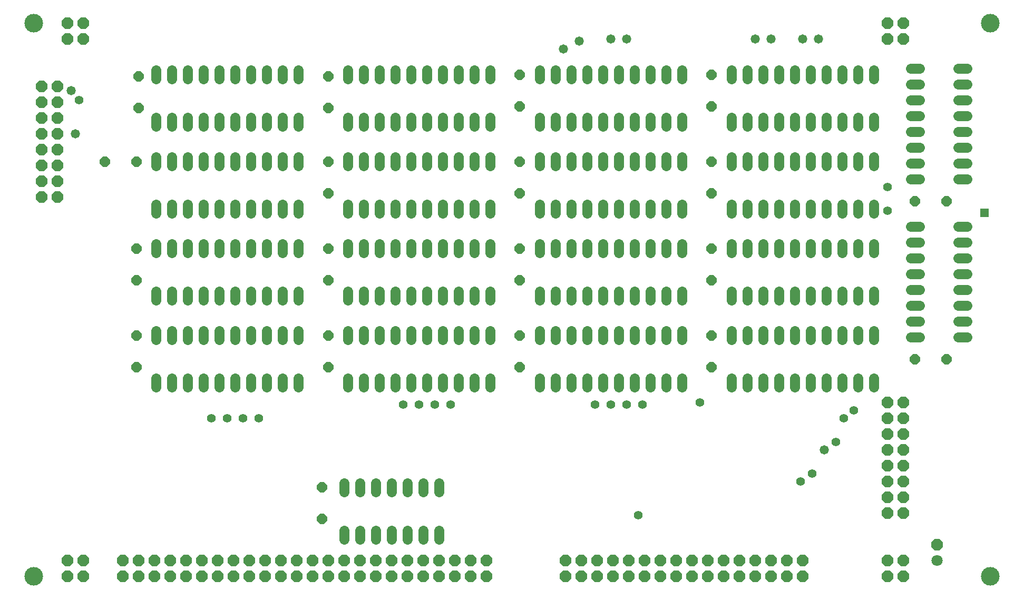
<source format=gts>
G75*
%MOIN*%
%OFA0B0*%
%FSLAX24Y24*%
%IPPOS*%
%LPD*%
%AMOC8*
5,1,8,0,0,1.08239X$1,22.5*
%
%ADD10C,0.1180*%
%ADD11C,0.0640*%
%ADD12OC8,0.0640*%
%ADD13OC8,0.0720*%
%ADD14OC8,0.0710*%
%ADD15C,0.0710*%
%ADD16C,0.0580*%
%ADD17C,0.0560*%
%ADD18R,0.0560X0.0560*%
D10*
X001555Y002430D03*
X001555Y037430D03*
X062055Y037430D03*
X062055Y002430D03*
D11*
X054680Y014400D02*
X054680Y014960D01*
X053680Y014960D02*
X053680Y014400D01*
X052680Y014400D02*
X052680Y014960D01*
X051680Y014960D02*
X051680Y014400D01*
X050680Y014400D02*
X050680Y014960D01*
X049680Y014960D02*
X049680Y014400D01*
X048680Y014400D02*
X048680Y014960D01*
X047680Y014960D02*
X047680Y014400D01*
X046680Y014400D02*
X046680Y014960D01*
X045680Y014960D02*
X045680Y014400D01*
X042555Y014400D02*
X042555Y014960D01*
X041555Y014960D02*
X041555Y014400D01*
X040555Y014400D02*
X040555Y014960D01*
X039555Y014960D02*
X039555Y014400D01*
X038555Y014400D02*
X038555Y014960D01*
X037555Y014960D02*
X037555Y014400D01*
X036555Y014400D02*
X036555Y014960D01*
X035555Y014960D02*
X035555Y014400D01*
X034555Y014400D02*
X034555Y014960D01*
X033555Y014960D02*
X033555Y014400D01*
X030430Y014400D02*
X030430Y014960D01*
X029430Y014960D02*
X029430Y014400D01*
X028430Y014400D02*
X028430Y014960D01*
X027430Y014960D02*
X027430Y014400D01*
X026430Y014400D02*
X026430Y014960D01*
X025430Y014960D02*
X025430Y014400D01*
X024430Y014400D02*
X024430Y014960D01*
X023430Y014960D02*
X023430Y014400D01*
X022430Y014400D02*
X022430Y014960D01*
X021430Y014960D02*
X021430Y014400D01*
X018305Y014400D02*
X018305Y014960D01*
X017305Y014960D02*
X017305Y014400D01*
X016305Y014400D02*
X016305Y014960D01*
X015305Y014960D02*
X015305Y014400D01*
X014305Y014400D02*
X014305Y014960D01*
X013305Y014960D02*
X013305Y014400D01*
X012305Y014400D02*
X012305Y014960D01*
X011305Y014960D02*
X011305Y014400D01*
X010305Y014400D02*
X010305Y014960D01*
X009305Y014960D02*
X009305Y014400D01*
X009305Y017400D02*
X009305Y017960D01*
X010305Y017960D02*
X010305Y017400D01*
X011305Y017400D02*
X011305Y017960D01*
X012305Y017960D02*
X012305Y017400D01*
X013305Y017400D02*
X013305Y017960D01*
X014305Y017960D02*
X014305Y017400D01*
X015305Y017400D02*
X015305Y017960D01*
X016305Y017960D02*
X016305Y017400D01*
X017305Y017400D02*
X017305Y017960D01*
X018305Y017960D02*
X018305Y017400D01*
X021430Y017400D02*
X021430Y017960D01*
X022430Y017960D02*
X022430Y017400D01*
X023430Y017400D02*
X023430Y017960D01*
X024430Y017960D02*
X024430Y017400D01*
X025430Y017400D02*
X025430Y017960D01*
X026430Y017960D02*
X026430Y017400D01*
X027430Y017400D02*
X027430Y017960D01*
X028430Y017960D02*
X028430Y017400D01*
X029430Y017400D02*
X029430Y017960D01*
X030430Y017960D02*
X030430Y017400D01*
X033555Y017400D02*
X033555Y017960D01*
X034555Y017960D02*
X034555Y017400D01*
X035555Y017400D02*
X035555Y017960D01*
X036555Y017960D02*
X036555Y017400D01*
X037555Y017400D02*
X037555Y017960D01*
X038555Y017960D02*
X038555Y017400D01*
X039555Y017400D02*
X039555Y017960D01*
X040555Y017960D02*
X040555Y017400D01*
X041555Y017400D02*
X041555Y017960D01*
X042555Y017960D02*
X042555Y017400D01*
X045680Y017400D02*
X045680Y017960D01*
X046680Y017960D02*
X046680Y017400D01*
X047680Y017400D02*
X047680Y017960D01*
X048680Y017960D02*
X048680Y017400D01*
X049680Y017400D02*
X049680Y017960D01*
X050680Y017960D02*
X050680Y017400D01*
X051680Y017400D02*
X051680Y017960D01*
X052680Y017960D02*
X052680Y017400D01*
X053680Y017400D02*
X053680Y017960D01*
X054680Y017960D02*
X054680Y017400D01*
X057025Y017555D02*
X057585Y017555D01*
X057585Y018555D02*
X057025Y018555D01*
X057025Y019555D02*
X057585Y019555D01*
X057585Y020555D02*
X057025Y020555D01*
X057025Y021555D02*
X057585Y021555D01*
X057585Y022555D02*
X057025Y022555D01*
X057025Y023555D02*
X057585Y023555D01*
X057585Y024555D02*
X057025Y024555D01*
X054680Y025400D02*
X054680Y025960D01*
X053680Y025960D02*
X053680Y025400D01*
X052680Y025400D02*
X052680Y025960D01*
X051680Y025960D02*
X051680Y025400D01*
X050680Y025400D02*
X050680Y025960D01*
X049680Y025960D02*
X049680Y025400D01*
X048680Y025400D02*
X048680Y025960D01*
X047680Y025960D02*
X047680Y025400D01*
X046680Y025400D02*
X046680Y025960D01*
X045680Y025960D02*
X045680Y025400D01*
X045680Y023460D02*
X045680Y022900D01*
X046680Y022900D02*
X046680Y023460D01*
X047680Y023460D02*
X047680Y022900D01*
X048680Y022900D02*
X048680Y023460D01*
X049680Y023460D02*
X049680Y022900D01*
X050680Y022900D02*
X050680Y023460D01*
X051680Y023460D02*
X051680Y022900D01*
X052680Y022900D02*
X052680Y023460D01*
X053680Y023460D02*
X053680Y022900D01*
X054680Y022900D02*
X054680Y023460D01*
X054680Y020460D02*
X054680Y019900D01*
X053680Y019900D02*
X053680Y020460D01*
X052680Y020460D02*
X052680Y019900D01*
X051680Y019900D02*
X051680Y020460D01*
X050680Y020460D02*
X050680Y019900D01*
X049680Y019900D02*
X049680Y020460D01*
X048680Y020460D02*
X048680Y019900D01*
X047680Y019900D02*
X047680Y020460D01*
X046680Y020460D02*
X046680Y019900D01*
X045680Y019900D02*
X045680Y020460D01*
X042555Y020460D02*
X042555Y019900D01*
X041555Y019900D02*
X041555Y020460D01*
X040555Y020460D02*
X040555Y019900D01*
X039555Y019900D02*
X039555Y020460D01*
X038555Y020460D02*
X038555Y019900D01*
X037555Y019900D02*
X037555Y020460D01*
X036555Y020460D02*
X036555Y019900D01*
X035555Y019900D02*
X035555Y020460D01*
X034555Y020460D02*
X034555Y019900D01*
X033555Y019900D02*
X033555Y020460D01*
X030430Y020460D02*
X030430Y019900D01*
X029430Y019900D02*
X029430Y020460D01*
X028430Y020460D02*
X028430Y019900D01*
X027430Y019900D02*
X027430Y020460D01*
X026430Y020460D02*
X026430Y019900D01*
X025430Y019900D02*
X025430Y020460D01*
X024430Y020460D02*
X024430Y019900D01*
X023430Y019900D02*
X023430Y020460D01*
X022430Y020460D02*
X022430Y019900D01*
X021430Y019900D02*
X021430Y020460D01*
X018305Y020460D02*
X018305Y019900D01*
X017305Y019900D02*
X017305Y020460D01*
X016305Y020460D02*
X016305Y019900D01*
X015305Y019900D02*
X015305Y020460D01*
X014305Y020460D02*
X014305Y019900D01*
X013305Y019900D02*
X013305Y020460D01*
X012305Y020460D02*
X012305Y019900D01*
X011305Y019900D02*
X011305Y020460D01*
X010305Y020460D02*
X010305Y019900D01*
X009305Y019900D02*
X009305Y020460D01*
X009305Y022900D02*
X009305Y023460D01*
X010305Y023460D02*
X010305Y022900D01*
X011305Y022900D02*
X011305Y023460D01*
X012305Y023460D02*
X012305Y022900D01*
X013305Y022900D02*
X013305Y023460D01*
X014305Y023460D02*
X014305Y022900D01*
X015305Y022900D02*
X015305Y023460D01*
X016305Y023460D02*
X016305Y022900D01*
X017305Y022900D02*
X017305Y023460D01*
X018305Y023460D02*
X018305Y022900D01*
X021430Y022900D02*
X021430Y023460D01*
X022430Y023460D02*
X022430Y022900D01*
X023430Y022900D02*
X023430Y023460D01*
X024430Y023460D02*
X024430Y022900D01*
X025430Y022900D02*
X025430Y023460D01*
X026430Y023460D02*
X026430Y022900D01*
X027430Y022900D02*
X027430Y023460D01*
X028430Y023460D02*
X028430Y022900D01*
X029430Y022900D02*
X029430Y023460D01*
X030430Y023460D02*
X030430Y022900D01*
X033555Y022900D02*
X033555Y023460D01*
X034555Y023460D02*
X034555Y022900D01*
X035555Y022900D02*
X035555Y023460D01*
X036555Y023460D02*
X036555Y022900D01*
X037555Y022900D02*
X037555Y023460D01*
X038555Y023460D02*
X038555Y022900D01*
X039555Y022900D02*
X039555Y023460D01*
X040555Y023460D02*
X040555Y022900D01*
X041555Y022900D02*
X041555Y023460D01*
X042555Y023460D02*
X042555Y022900D01*
X042555Y025400D02*
X042555Y025960D01*
X041555Y025960D02*
X041555Y025400D01*
X040555Y025400D02*
X040555Y025960D01*
X039555Y025960D02*
X039555Y025400D01*
X038555Y025400D02*
X038555Y025960D01*
X037555Y025960D02*
X037555Y025400D01*
X036555Y025400D02*
X036555Y025960D01*
X035555Y025960D02*
X035555Y025400D01*
X034555Y025400D02*
X034555Y025960D01*
X033555Y025960D02*
X033555Y025400D01*
X030430Y025400D02*
X030430Y025960D01*
X029430Y025960D02*
X029430Y025400D01*
X028430Y025400D02*
X028430Y025960D01*
X027430Y025960D02*
X027430Y025400D01*
X026430Y025400D02*
X026430Y025960D01*
X025430Y025960D02*
X025430Y025400D01*
X024430Y025400D02*
X024430Y025960D01*
X023430Y025960D02*
X023430Y025400D01*
X022430Y025400D02*
X022430Y025960D01*
X021430Y025960D02*
X021430Y025400D01*
X018305Y025400D02*
X018305Y025960D01*
X017305Y025960D02*
X017305Y025400D01*
X016305Y025400D02*
X016305Y025960D01*
X015305Y025960D02*
X015305Y025400D01*
X014305Y025400D02*
X014305Y025960D01*
X013305Y025960D02*
X013305Y025400D01*
X012305Y025400D02*
X012305Y025960D01*
X011305Y025960D02*
X011305Y025400D01*
X010305Y025400D02*
X010305Y025960D01*
X009305Y025960D02*
X009305Y025400D01*
X009305Y028400D02*
X009305Y028960D01*
X010305Y028960D02*
X010305Y028400D01*
X011305Y028400D02*
X011305Y028960D01*
X012305Y028960D02*
X012305Y028400D01*
X013305Y028400D02*
X013305Y028960D01*
X014305Y028960D02*
X014305Y028400D01*
X015305Y028400D02*
X015305Y028960D01*
X016305Y028960D02*
X016305Y028400D01*
X017305Y028400D02*
X017305Y028960D01*
X018305Y028960D02*
X018305Y028400D01*
X021430Y028400D02*
X021430Y028960D01*
X022430Y028960D02*
X022430Y028400D01*
X023430Y028400D02*
X023430Y028960D01*
X024430Y028960D02*
X024430Y028400D01*
X025430Y028400D02*
X025430Y028960D01*
X026430Y028960D02*
X026430Y028400D01*
X027430Y028400D02*
X027430Y028960D01*
X028430Y028960D02*
X028430Y028400D01*
X029430Y028400D02*
X029430Y028960D01*
X030430Y028960D02*
X030430Y028400D01*
X033555Y028400D02*
X033555Y028960D01*
X034555Y028960D02*
X034555Y028400D01*
X035555Y028400D02*
X035555Y028960D01*
X036555Y028960D02*
X036555Y028400D01*
X037555Y028400D02*
X037555Y028960D01*
X038555Y028960D02*
X038555Y028400D01*
X039555Y028400D02*
X039555Y028960D01*
X040555Y028960D02*
X040555Y028400D01*
X041555Y028400D02*
X041555Y028960D01*
X042555Y028960D02*
X042555Y028400D01*
X045680Y028400D02*
X045680Y028960D01*
X046680Y028960D02*
X046680Y028400D01*
X047680Y028400D02*
X047680Y028960D01*
X048680Y028960D02*
X048680Y028400D01*
X049680Y028400D02*
X049680Y028960D01*
X050680Y028960D02*
X050680Y028400D01*
X051680Y028400D02*
X051680Y028960D01*
X052680Y028960D02*
X052680Y028400D01*
X053680Y028400D02*
X053680Y028960D01*
X054680Y028960D02*
X054680Y028400D01*
X057025Y028555D02*
X057585Y028555D01*
X057585Y027555D02*
X057025Y027555D01*
X060025Y027555D02*
X060585Y027555D01*
X060585Y028555D02*
X060025Y028555D01*
X060025Y029555D02*
X060585Y029555D01*
X060585Y030555D02*
X060025Y030555D01*
X060025Y031555D02*
X060585Y031555D01*
X060585Y032555D02*
X060025Y032555D01*
X060025Y033555D02*
X060585Y033555D01*
X060585Y034555D02*
X060025Y034555D01*
X057585Y034555D02*
X057025Y034555D01*
X057025Y033555D02*
X057585Y033555D01*
X057585Y032555D02*
X057025Y032555D01*
X057025Y031555D02*
X057585Y031555D01*
X057585Y030555D02*
X057025Y030555D01*
X057025Y029555D02*
X057585Y029555D01*
X054680Y030900D02*
X054680Y031460D01*
X053680Y031460D02*
X053680Y030900D01*
X052680Y030900D02*
X052680Y031460D01*
X051680Y031460D02*
X051680Y030900D01*
X050680Y030900D02*
X050680Y031460D01*
X049680Y031460D02*
X049680Y030900D01*
X048680Y030900D02*
X048680Y031460D01*
X047680Y031460D02*
X047680Y030900D01*
X046680Y030900D02*
X046680Y031460D01*
X045680Y031460D02*
X045680Y030900D01*
X042555Y030900D02*
X042555Y031460D01*
X041555Y031460D02*
X041555Y030900D01*
X040555Y030900D02*
X040555Y031460D01*
X039555Y031460D02*
X039555Y030900D01*
X038555Y030900D02*
X038555Y031460D01*
X037555Y031460D02*
X037555Y030900D01*
X036555Y030900D02*
X036555Y031460D01*
X035555Y031460D02*
X035555Y030900D01*
X034555Y030900D02*
X034555Y031460D01*
X033555Y031460D02*
X033555Y030900D01*
X030430Y030900D02*
X030430Y031460D01*
X029430Y031460D02*
X029430Y030900D01*
X028430Y030900D02*
X028430Y031460D01*
X027430Y031460D02*
X027430Y030900D01*
X026430Y030900D02*
X026430Y031460D01*
X025430Y031460D02*
X025430Y030900D01*
X024430Y030900D02*
X024430Y031460D01*
X023430Y031460D02*
X023430Y030900D01*
X022430Y030900D02*
X022430Y031460D01*
X021430Y031460D02*
X021430Y030900D01*
X018305Y030900D02*
X018305Y031460D01*
X017305Y031460D02*
X017305Y030900D01*
X016305Y030900D02*
X016305Y031460D01*
X015305Y031460D02*
X015305Y030900D01*
X014305Y030900D02*
X014305Y031460D01*
X013305Y031460D02*
X013305Y030900D01*
X012305Y030900D02*
X012305Y031460D01*
X011305Y031460D02*
X011305Y030900D01*
X010305Y030900D02*
X010305Y031460D01*
X009305Y031460D02*
X009305Y030900D01*
X009305Y033900D02*
X009305Y034460D01*
X010305Y034460D02*
X010305Y033900D01*
X011305Y033900D02*
X011305Y034460D01*
X012305Y034460D02*
X012305Y033900D01*
X013305Y033900D02*
X013305Y034460D01*
X014305Y034460D02*
X014305Y033900D01*
X015305Y033900D02*
X015305Y034460D01*
X016305Y034460D02*
X016305Y033900D01*
X017305Y033900D02*
X017305Y034460D01*
X018305Y034460D02*
X018305Y033900D01*
X021430Y033900D02*
X021430Y034460D01*
X022430Y034460D02*
X022430Y033900D01*
X023430Y033900D02*
X023430Y034460D01*
X024430Y034460D02*
X024430Y033900D01*
X025430Y033900D02*
X025430Y034460D01*
X026430Y034460D02*
X026430Y033900D01*
X027430Y033900D02*
X027430Y034460D01*
X028430Y034460D02*
X028430Y033900D01*
X029430Y033900D02*
X029430Y034460D01*
X030430Y034460D02*
X030430Y033900D01*
X033555Y033900D02*
X033555Y034460D01*
X034555Y034460D02*
X034555Y033900D01*
X035555Y033900D02*
X035555Y034460D01*
X036555Y034460D02*
X036555Y033900D01*
X037555Y033900D02*
X037555Y034460D01*
X038555Y034460D02*
X038555Y033900D01*
X039555Y033900D02*
X039555Y034460D01*
X040555Y034460D02*
X040555Y033900D01*
X041555Y033900D02*
X041555Y034460D01*
X042555Y034460D02*
X042555Y033900D01*
X045680Y033900D02*
X045680Y034460D01*
X046680Y034460D02*
X046680Y033900D01*
X047680Y033900D02*
X047680Y034460D01*
X048680Y034460D02*
X048680Y033900D01*
X049680Y033900D02*
X049680Y034460D01*
X050680Y034460D02*
X050680Y033900D01*
X051680Y033900D02*
X051680Y034460D01*
X052680Y034460D02*
X052680Y033900D01*
X053680Y033900D02*
X053680Y034460D01*
X054680Y034460D02*
X054680Y033900D01*
X060025Y024555D02*
X060585Y024555D01*
X060585Y023555D02*
X060025Y023555D01*
X060025Y022555D02*
X060585Y022555D01*
X060585Y021555D02*
X060025Y021555D01*
X060025Y020555D02*
X060585Y020555D01*
X060585Y019555D02*
X060025Y019555D01*
X060025Y018555D02*
X060585Y018555D01*
X060585Y017555D02*
X060025Y017555D01*
X027180Y008335D02*
X027180Y007775D01*
X026180Y007775D02*
X026180Y008335D01*
X025180Y008335D02*
X025180Y007775D01*
X024180Y007775D02*
X024180Y008335D01*
X023180Y008335D02*
X023180Y007775D01*
X022180Y007775D02*
X022180Y008335D01*
X021180Y008335D02*
X021180Y007775D01*
X021180Y005335D02*
X021180Y004775D01*
X022180Y004775D02*
X022180Y005335D01*
X023180Y005335D02*
X023180Y004775D01*
X024180Y004775D02*
X024180Y005335D01*
X025180Y005335D02*
X025180Y004775D01*
X026180Y004775D02*
X026180Y005335D01*
X027180Y005335D02*
X027180Y004775D01*
D12*
X019805Y006055D03*
X019805Y008055D03*
X020180Y015680D03*
X020180Y017680D03*
X020180Y021180D03*
X020180Y023180D03*
X020180Y026680D03*
X020180Y028680D03*
X020180Y032055D03*
X020180Y034055D03*
X008180Y034055D03*
X008180Y032055D03*
X008055Y028680D03*
X006055Y028680D03*
X008055Y023180D03*
X008055Y021180D03*
X008055Y017680D03*
X008055Y015680D03*
X032305Y015680D03*
X032305Y017680D03*
X032305Y021180D03*
X032305Y023180D03*
X032305Y026680D03*
X032305Y028680D03*
X032305Y032180D03*
X032305Y034180D03*
X044430Y034180D03*
X044430Y032180D03*
X044430Y028680D03*
X044430Y026680D03*
X044430Y023180D03*
X044430Y021180D03*
X044430Y017680D03*
X044430Y015680D03*
X057305Y016180D03*
X059305Y016180D03*
X059305Y026180D03*
X057305Y026180D03*
D13*
X056555Y036430D03*
X055555Y036430D03*
X055555Y037430D03*
X056555Y037430D03*
X056555Y013430D03*
X056555Y012430D03*
X055555Y012430D03*
X055555Y013430D03*
X055555Y011430D03*
X055555Y010430D03*
X056555Y010430D03*
X056555Y011430D03*
X056555Y009430D03*
X056555Y008430D03*
X055555Y008430D03*
X055555Y009430D03*
X055555Y007430D03*
X055555Y006430D03*
X056555Y006430D03*
X056555Y007430D03*
X056555Y003430D03*
X056555Y002430D03*
X055555Y002430D03*
X055555Y003430D03*
X050180Y003430D03*
X050180Y002430D03*
X049180Y002430D03*
X048180Y002430D03*
X048180Y003430D03*
X049180Y003430D03*
X047180Y003430D03*
X047180Y002430D03*
X046180Y002430D03*
X045180Y002430D03*
X045180Y003430D03*
X046180Y003430D03*
X044180Y003430D03*
X043180Y003430D03*
X043180Y002430D03*
X044180Y002430D03*
X042180Y002430D03*
X042180Y003430D03*
X041180Y003430D03*
X040180Y003430D03*
X040180Y002430D03*
X041180Y002430D03*
X039180Y002430D03*
X038180Y002430D03*
X038180Y003430D03*
X039180Y003430D03*
X037180Y003430D03*
X036180Y003430D03*
X036180Y002430D03*
X037180Y002430D03*
X035180Y002430D03*
X035180Y003430D03*
X030180Y003430D03*
X029180Y003430D03*
X029180Y002430D03*
X030180Y002430D03*
X028180Y002430D03*
X028180Y003430D03*
X027180Y003430D03*
X026180Y003430D03*
X026180Y002430D03*
X027180Y002430D03*
X025180Y002430D03*
X024180Y002430D03*
X024180Y003430D03*
X025180Y003430D03*
X023180Y003430D03*
X022180Y003430D03*
X022180Y002430D03*
X023180Y002430D03*
X021180Y002430D03*
X021180Y003430D03*
X020180Y003430D03*
X019180Y003430D03*
X019180Y002430D03*
X020180Y002430D03*
X018180Y002430D03*
X017180Y002430D03*
X017180Y003430D03*
X018180Y003430D03*
X016180Y003430D03*
X016180Y002430D03*
X015180Y002430D03*
X014180Y002430D03*
X014180Y003430D03*
X015180Y003430D03*
X013180Y003430D03*
X012180Y003430D03*
X012180Y002430D03*
X013180Y002430D03*
X011180Y002430D03*
X010180Y002430D03*
X010180Y003430D03*
X011180Y003430D03*
X009180Y003430D03*
X009180Y002430D03*
X008180Y002430D03*
X007180Y002430D03*
X007180Y003430D03*
X008180Y003430D03*
X004680Y003430D03*
X004680Y002430D03*
X003680Y002430D03*
X003680Y003430D03*
X003055Y026430D03*
X002055Y026430D03*
X002055Y027430D03*
X003055Y027430D03*
X003055Y028430D03*
X002055Y028430D03*
X002055Y029430D03*
X003055Y029430D03*
X003055Y030430D03*
X002055Y030430D03*
X002055Y031430D03*
X003055Y031430D03*
X003055Y032430D03*
X002055Y032430D03*
X002055Y033430D03*
X003055Y033430D03*
X003680Y036430D03*
X004680Y036430D03*
X004680Y037430D03*
X003680Y037430D03*
D14*
X058680Y004430D03*
D15*
X058680Y003430D03*
D16*
X051555Y010430D03*
X035055Y035805D03*
X036055Y036305D03*
X038055Y036430D03*
X039055Y036430D03*
X047180Y036430D03*
X048180Y036430D03*
X050180Y036430D03*
X051180Y036430D03*
X003930Y033180D03*
X004180Y030430D03*
D17*
X004430Y032555D03*
X024930Y013305D03*
X025930Y013305D03*
X026930Y013305D03*
X027930Y013305D03*
X037055Y013305D03*
X038055Y013305D03*
X039055Y013305D03*
X040055Y013305D03*
X043680Y013430D03*
X050055Y008430D03*
X050805Y008930D03*
X052305Y010930D03*
X052805Y012430D03*
X053430Y012930D03*
X039805Y006305D03*
X015805Y012430D03*
X014805Y012430D03*
X013805Y012430D03*
X012805Y012430D03*
X055555Y025555D03*
X055555Y027055D03*
D18*
X061680Y025430D03*
M02*

</source>
